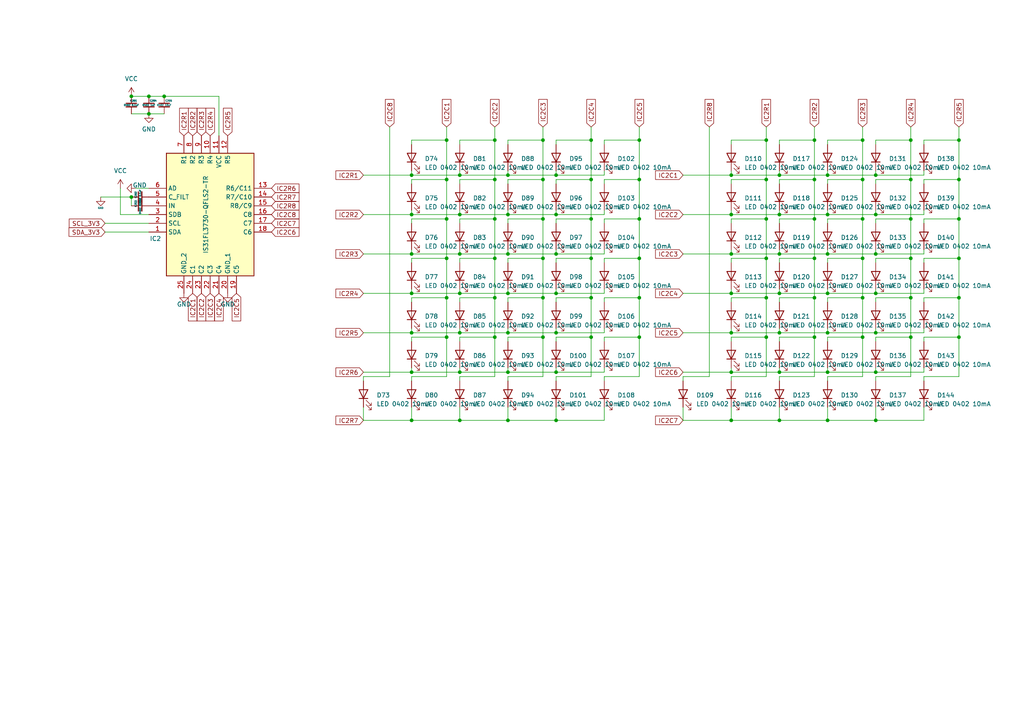
<source format=kicad_sch>
(kicad_sch (version 20231120) (generator "eeschema") (generator_version "8.0")
  (paper "A4")
  (junction (at 240.03 50.8))
  (junction (at 147.32 73.66))
  (junction (at 236.22 74.93))
  (junction (at 226.06 96.52))
  (junction (at 43.18 27.94))
  (junction (at 254 62.23))
  (junction (at 240.03 85.09))
  (junction (at 161.29 73.66))
  (junction (at 278.13 74.93))
  (junction (at 240.03 121.92))
  (junction (at 236.22 40.64))
  (junction (at 278.13 63.5))
  (junction (at 254 96.52))
  (junction (at 254 73.66))
  (junction (at 226.06 121.92))
  (junction (at 185.42 86.36))
  (junction (at 161.29 107.95))
  (junction (at 264.16 97.79))
  (junction (at 129.54 74.93))
  (junction (at 185.42 52.07))
  (junction (at 212.09 50.8))
  (junction (at 250.19 86.36))
  (junction (at 133.35 107.95))
  (junction (at 222.25 40.64))
  (junction (at 185.42 63.5))
  (junction (at 226.06 85.09))
  (junction (at 254 107.95))
  (junction (at 157.48 74.93))
  (junction (at 212.09 96.52))
  (junction (at 161.29 85.09))
  (junction (at 226.06 73.66))
  (junction (at 212.09 121.92))
  (junction (at 250.19 52.07))
  (junction (at 254 50.8))
  (junction (at 143.51 97.79))
  (junction (at 254 85.09))
  (junction (at 119.38 121.92))
  (junction (at 250.19 74.93))
  (junction (at 119.38 50.8))
  (junction (at 129.54 97.79))
  (junction (at 278.13 97.79))
  (junction (at 38.1 27.94))
  (junction (at 254 121.92))
  (junction (at 143.51 63.5))
  (junction (at 119.38 96.52))
  (junction (at 129.54 63.5))
  (junction (at 119.38 62.23))
  (junction (at 226.06 62.23))
  (junction (at 119.38 107.95))
  (junction (at 133.35 73.66))
  (junction (at 129.54 40.64))
  (junction (at 157.48 63.5))
  (junction (at 147.32 85.09))
  (junction (at 161.29 50.8))
  (junction (at 147.32 121.92))
  (junction (at 236.22 86.36))
  (junction (at 185.42 40.64))
  (junction (at 264.16 63.5))
  (junction (at 240.03 107.95))
  (junction (at 157.48 97.79))
  (junction (at 185.42 97.79))
  (junction (at 47.625 27.94))
  (junction (at 171.45 52.07))
  (junction (at 133.35 85.09))
  (junction (at 264.16 86.36))
  (junction (at 212.09 107.95))
  (junction (at 147.32 107.95))
  (junction (at 38.1 57.15))
  (junction (at 236.22 97.79))
  (junction (at 240.03 73.66))
  (junction (at 129.54 86.36))
  (junction (at 278.13 86.36))
  (junction (at 236.22 52.07))
  (junction (at 222.25 52.07))
  (junction (at 147.32 62.23))
  (junction (at 133.35 121.92))
  (junction (at 240.03 62.23))
  (junction (at 212.09 73.66))
  (junction (at 157.48 52.07))
  (junction (at 222.25 86.36))
  (junction (at 161.29 96.52))
  (junction (at 185.42 74.93))
  (junction (at 119.38 73.66))
  (junction (at 157.48 86.36))
  (junction (at 143.51 86.36))
  (junction (at 171.45 63.5))
  (junction (at 222.25 63.5))
  (junction (at 129.54 52.07))
  (junction (at 171.45 74.93))
  (junction (at 171.45 97.79))
  (junction (at 161.29 121.92))
  (junction (at 264.16 40.64))
  (junction (at 147.32 50.8))
  (junction (at 119.38 85.09))
  (junction (at 143.51 74.93))
  (junction (at 250.19 63.5))
  (junction (at 222.25 74.93))
  (junction (at 236.22 63.5))
  (junction (at 212.09 85.09))
  (junction (at 43.18 33.02))
  (junction (at 133.35 50.8))
  (junction (at 250.19 97.79))
  (junction (at 147.32 96.52))
  (junction (at 264.16 52.07))
  (junction (at 143.51 52.07))
  (junction (at 171.45 86.36))
  (junction (at 143.51 40.64))
  (junction (at 133.35 96.52))
  (junction (at 264.16 74.93))
  (junction (at 226.06 107.95))
  (junction (at 161.29 62.23))
  (junction (at 278.13 40.64))
  (junction (at 226.06 50.8))
  (junction (at 278.13 52.07))
  (junction (at 222.25 97.79))
  (junction (at 240.03 96.52))
  (junction (at 212.09 62.23))
  (junction (at 250.19 40.64))
  (junction (at 157.48 40.64))
  (junction (at 171.45 40.64))
  (junction (at 133.35 62.23))
  (wire (pts (xy 212.09 83.82) (xy 212.09 85.09)))
  (wire (pts (xy 226.06 86.36) (xy 236.22 86.36)))
  (wire (pts (xy 119.38 73.66) (xy 133.35 73.66)))
  (wire (pts (xy 133.35 85.09) (xy 147.32 85.09)))
  (wire (pts (xy 226.06 41.91) (xy 226.06 40.64)))
  (wire (pts (xy 161.29 107.95) (xy 175.26 107.95)))
  (wire (pts (xy 147.32 50.8) (xy 161.29 50.8)))
  (wire (pts (xy 147.32 96.52) (xy 161.29 96.52)))
  (wire (pts (xy 250.19 63.5) (xy 250.19 74.93)))
  (wire (pts (xy 133.35 53.34) (xy 133.35 52.07)))
  (wire (pts (xy 161.29 64.77) (xy 161.29 63.5)))
  (wire (pts (xy 157.48 63.5) (xy 157.48 74.93)))
  (wire (pts (xy 267.97 64.77) (xy 267.97 63.5)))
  (wire (pts (xy 34.925 54.61) (xy 34.925 62.23)))
  (wire (pts (xy 236.22 63.5) (xy 236.22 74.93)))
  (wire (pts (xy 171.45 97.79) (xy 171.45 109.22)))
  (wire (pts (xy 119.38 62.23) (xy 133.35 62.23)))
  (wire (pts (xy 119.38 86.36) (xy 129.54 86.36)))
  (wire (pts (xy 147.32 76.2) (xy 147.32 74.93)))
  (wire (pts (xy 119.38 121.92) (xy 133.35 121.92)))
  (wire (pts (xy 161.29 41.91) (xy 161.29 40.64)))
  (wire (pts (xy 147.32 73.66) (xy 161.29 73.66)))
  (wire (pts (xy 175.26 118.11) (xy 175.26 121.92)))
  (wire (pts (xy 133.35 97.79) (xy 143.51 97.79)))
  (wire (pts (xy 119.38 72.39) (xy 119.38 73.66)))
  (wire (pts (xy 222.25 97.79) (xy 222.25 109.22)))
  (wire (pts (xy 147.32 106.68) (xy 147.32 107.95)))
  (wire (pts (xy 143.51 97.79) (xy 143.51 109.22)))
  (wire (pts (xy 240.03 40.64) (xy 250.19 40.64)))
  (wire (pts (xy 185.42 52.07) (xy 185.42 40.64)))
  (wire (pts (xy 185.42 74.93) (xy 185.42 63.5)))
  (wire (pts (xy 254 60.96) (xy 254 62.23)))
  (wire (pts (xy 212.09 50.8) (xy 226.06 50.8)))
  (wire (pts (xy 250.19 40.64) (xy 250.19 52.07)))
  (wire (pts (xy 267.97 109.22) (xy 278.13 109.22)))
  (wire (pts (xy 212.09 62.23) (xy 226.06 62.23)))
  (wire (pts (xy 161.29 83.82) (xy 161.29 85.09)))
  (wire (pts (xy 212.09 63.5) (xy 222.25 63.5)))
  (wire (pts (xy 267.97 52.07) (xy 278.13 52.07)))
  (wire (pts (xy 185.42 40.64) (xy 185.42 36.83)))
  (wire (pts (xy 254 106.68) (xy 254 107.95)))
  (wire (pts (xy 175.26 41.91) (xy 175.26 40.64)))
  (wire (pts (xy 161.29 63.5) (xy 171.45 63.5)))
  (wire (pts (xy 63.5 39.37) (xy 63.5 27.94)))
  (wire (pts (xy 161.29 87.63) (xy 161.29 86.36)))
  (wire (pts (xy 133.35 73.66) (xy 147.32 73.66)))
  (wire (pts (xy 198.12 50.8) (xy 212.09 50.8)))
  (wire (pts (xy 226.06 106.68) (xy 226.06 107.95)))
  (wire (pts (xy 175.26 107.95) (xy 175.26 106.68)))
  (wire (pts (xy 30.48 64.77) (xy 43.18 64.77)))
  (wire (pts (xy 147.32 95.25) (xy 147.32 96.52)))
  (wire (pts (xy 236.22 40.64) (xy 236.22 52.07)))
  (wire (pts (xy 212.09 86.36) (xy 222.25 86.36)))
  (wire (pts (xy 254 107.95) (xy 267.97 107.95)))
  (wire (pts (xy 133.35 107.95) (xy 147.32 107.95)))
  (wire (pts (xy 212.09 97.79) (xy 222.25 97.79)))
  (wire (pts (xy 157.48 40.64) (xy 157.48 52.07)))
  (wire (pts (xy 226.06 83.82) (xy 226.06 85.09)))
  (wire (pts (xy 226.06 63.5) (xy 236.22 63.5)))
  (wire (pts (xy 205.74 36.83) (xy 205.74 109.22)))
  (wire (pts (xy 254 86.36) (xy 264.16 86.36)))
  (wire (pts (xy 129.54 109.22) (xy 119.38 109.22)))
  (wire (pts (xy 198.12 109.22) (xy 198.12 110.49)))
  (wire (pts (xy 240.03 86.36) (xy 250.19 86.36)))
  (wire (pts (xy 278.13 109.22) (xy 278.13 97.79)))
  (wire (pts (xy 47.625 27.94) (xy 63.5 27.94)))
  (wire (pts (xy 254 52.07) (xy 264.16 52.07)))
  (wire (pts (xy 161.29 72.39) (xy 161.29 73.66)))
  (wire (pts (xy 267.97 63.5) (xy 278.13 63.5)))
  (wire (pts (xy 212.09 76.2) (xy 212.09 74.93)))
  (wire (pts (xy 147.32 118.11) (xy 147.32 121.92)))
  (wire (pts (xy 133.35 95.25) (xy 133.35 96.52)))
  (wire (pts (xy 254 63.5) (xy 264.16 63.5)))
  (wire (pts (xy 264.16 63.5) (xy 264.16 74.93)))
  (wire (pts (xy 240.03 76.2) (xy 240.03 74.93)))
  (wire (pts (xy 175.26 52.07) (xy 185.42 52.07)))
  (wire (pts (xy 267.97 107.95) (xy 267.97 106.68)))
  (wire (pts (xy 212.09 121.92) (xy 226.06 121.92)))
  (wire (pts (xy 264.16 86.36) (xy 264.16 97.79)))
  (wire (pts (xy 198.12 62.23) (xy 212.09 62.23)))
  (wire (pts (xy 212.09 107.95) (xy 226.06 107.95)))
  (wire (pts (xy 254 64.77) (xy 254 63.5)))
  (wire (pts (xy 236.22 52.07) (xy 236.22 63.5)))
  (wire (pts (xy 240.03 99.06) (xy 240.03 97.79)))
  (wire (pts (xy 212.09 87.63) (xy 212.09 86.36)))
  (wire (pts (xy 240.03 85.09) (xy 254 85.09)))
  (wire (pts (xy 147.32 83.82) (xy 147.32 85.09)))
  (wire (pts (xy 240.03 52.07) (xy 250.19 52.07)))
  (wire (pts (xy 198.12 96.52) (xy 212.09 96.52)))
  (wire (pts (xy 267.97 97.79) (xy 278.13 97.79)))
  (wire (pts (xy 143.51 36.83) (xy 143.51 40.64)))
  (wire (pts (xy 119.38 95.25) (xy 119.38 96.52)))
  (wire (pts (xy 119.38 96.52) (xy 133.35 96.52)))
  (wire (pts (xy 119.38 99.06) (xy 119.38 97.79)))
  (wire (pts (xy 226.06 107.95) (xy 240.03 107.95)))
  (wire (pts (xy 133.35 60.96) (xy 133.35 62.23)))
  (wire (pts (xy 147.32 85.09) (xy 161.29 85.09)))
  (wire (pts (xy 264.16 109.22) (xy 254 109.22)))
  (wire (pts (xy 147.32 86.36) (xy 157.48 86.36)))
  (wire (pts (xy 157.48 74.93) (xy 157.48 86.36)))
  (wire (pts (xy 143.51 86.36) (xy 143.51 97.79)))
  (wire (pts (xy 171.45 52.07) (xy 171.45 63.5)))
  (wire (pts (xy 105.41 85.09) (xy 119.38 85.09)))
  (wire (pts (xy 226.06 73.66) (xy 240.03 73.66)))
  (wire (pts (xy 278.13 97.79) (xy 278.13 86.36)))
  (wire (pts (xy 161.29 60.96) (xy 161.29 62.23)))
  (wire (pts (xy 267.97 99.06) (xy 267.97 97.79)))
  (wire (pts (xy 254 40.64) (xy 264.16 40.64)))
  (wire (pts (xy 226.06 40.64) (xy 236.22 40.64)))
  (wire (pts (xy 171.45 109.22) (xy 161.29 109.22)))
  (wire (pts (xy 198.12 73.66) (xy 212.09 73.66)))
  (wire (pts (xy 222.25 109.22) (xy 212.09 109.22)))
  (wire (pts (xy 30.48 67.31) (xy 43.18 67.31)))
  (wire (pts (xy 133.35 106.68) (xy 133.35 107.95)))
  (wire (pts (xy 212.09 96.52) (xy 226.06 96.52)))
  (wire (pts (xy 212.09 53.34) (xy 212.09 52.07)))
  (wire (pts (xy 175.26 63.5) (xy 185.42 63.5)))
  (wire (pts (xy 267.97 74.93) (xy 278.13 74.93)))
  (wire (pts (xy 212.09 106.68) (xy 212.09 107.95)))
  (wire (pts (xy 147.32 60.96) (xy 147.32 62.23)))
  (wire (pts (xy 240.03 53.34) (xy 240.03 52.07)))
  (wire (pts (xy 264.16 40.64) (xy 264.16 52.07)))
  (wire (pts (xy 147.32 63.5) (xy 157.48 63.5)))
  (wire (pts (xy 212.09 74.93) (xy 222.25 74.93)))
  (wire (pts (xy 38.1 27.94) (xy 43.18 27.94)))
  (wire (pts (xy 147.32 87.63) (xy 147.32 86.36)))
  (wire (pts (xy 267.97 118.11) (xy 267.97 121.92)))
  (wire (pts (xy 105.41 109.22) (xy 105.41 110.49)))
  (wire (pts (xy 161.29 96.52) (xy 175.26 96.52)))
  (wire (pts (xy 175.26 86.36) (xy 185.42 86.36)))
  (wire (pts (xy 43.18 33.02) (xy 38.1 33.02)))
  (wire (pts (xy 267.97 96.52) (xy 267.97 95.25)))
  (wire (pts (xy 147.32 40.64) (xy 157.48 40.64)))
  (wire (pts (xy 133.35 118.11) (xy 133.35 121.92)))
  (wire (pts (xy 240.03 97.79) (xy 250.19 97.79)))
  (wire (pts (xy 133.35 64.77) (xy 133.35 63.5)))
  (wire (pts (xy 226.06 64.77) (xy 226.06 63.5)))
  (wire (pts (xy 161.29 95.25) (xy 161.29 96.52)))
  (wire (pts (xy 250.19 74.93) (xy 250.19 86.36)))
  (wire (pts (xy 133.35 62.23) (xy 147.32 62.23)))
  (wire (pts (xy 175.26 62.23) (xy 175.26 60.96)))
  (wire (pts (xy 254 109.22) (xy 254 110.49)))
  (wire (pts (xy 133.35 83.82) (xy 133.35 85.09)))
  (wire (pts (xy 157.48 52.07) (xy 157.48 63.5)))
  (wire (pts (xy 147.32 64.77) (xy 147.32 63.5)))
  (wire (pts (xy 240.03 83.82) (xy 240.03 85.09)))
  (wire (pts (xy 161.29 76.2) (xy 161.29 74.93)))
  (wire (pts (xy 157.48 86.36) (xy 157.48 97.79)))
  (wire (pts (xy 171.45 74.93) (xy 171.45 86.36)))
  (wire (pts (xy 236.22 97.79) (xy 236.22 109.22)))
  (wire (pts (xy 240.03 73.66) (xy 254 73.66)))
  (wire (pts (xy 240.03 106.68) (xy 240.03 107.95)))
  (wire (pts (xy 240.03 60.96) (xy 240.03 62.23)))
  (wire (pts (xy 129.54 36.83) (xy 129.54 40.64)))
  (wire (pts (xy 226.06 62.23) (xy 240.03 62.23)))
  (wire (pts (xy 185.42 86.36) (xy 185.42 74.93)))
  (wire (pts (xy 240.03 62.23) (xy 254 62.23)))
  (wire (pts (xy 129.54 63.5) (xy 129.54 74.93)))
  (wire (pts (xy 236.22 74.93) (xy 236.22 86.36)))
  (wire (pts (xy 198.12 85.09) (xy 212.09 85.09)))
  (wire (pts (xy 161.29 85.09) (xy 175.26 85.09)))
  (wire (pts (xy 161.29 53.34) (xy 161.29 52.07)))
  (wire (pts (xy 250.19 52.07) (xy 250.19 63.5)))
  (wire (pts (xy 119.38 60.96) (xy 119.38 62.23)))
  (wire (pts (xy 147.32 121.92) (xy 161.29 121.92)))
  (wire (pts (xy 240.03 72.39) (xy 240.03 73.66)))
  (wire (pts (xy 143.51 74.93) (xy 143.51 86.36)))
  (wire (pts (xy 161.29 49.53) (xy 161.29 50.8)))
  (wire (pts (xy 119.38 76.2) (xy 119.38 74.93)))
  (wire (pts (xy 226.06 87.63) (xy 226.06 86.36)))
  (wire (pts (xy 105.41 121.92) (xy 105.41 118.11)))
  (wire (pts (xy 240.03 63.5) (xy 250.19 63.5)))
  (wire (pts (xy 236.22 86.36) (xy 236.22 97.79)))
  (wire (pts (xy 161.29 106.68) (xy 161.29 107.95)))
  (wire (pts (xy 226.06 97.79) (xy 236.22 97.79)))
  (wire (pts (xy 133.35 96.52) (xy 147.32 96.52)))
  (wire (pts (xy 143.51 40.64) (xy 143.51 52.07)))
  (wire (pts (xy 119.38 63.5) (xy 129.54 63.5)))
  (wire (pts (xy 38.1 57.15) (xy 29.21 57.15)))
  (wire (pts (xy 119.38 40.64) (xy 129.54 40.64)))
  (wire (pts (xy 133.35 41.91) (xy 133.35 40.64)))
  (wire (pts (xy 113.03 109.22) (xy 105.41 109.22)))
  (wire (pts (xy 105.41 73.66) (xy 119.38 73.66)))
  (wire (pts (xy 226.06 49.53) (xy 226.06 50.8)))
  (wire (pts (xy 147.32 99.06) (xy 147.32 97.79)))
  (wire (pts (xy 147.32 49.53) (xy 147.32 50.8)))
  (wire (pts (xy 264.16 36.83) (xy 264.16 40.64)))
  (wire (pts (xy 250.19 86.36) (xy 250.19 97.79)))
  (wire (pts (xy 161.29 52.07) (xy 171.45 52.07)))
  (wire (pts (xy 240.03 109.22) (xy 240.03 110.49)))
  (wire (pts (xy 226.06 109.22) (xy 226.06 110.49)))
  (wire (pts (xy 105.41 96.52) (xy 119.38 96.52)))
  (wire (pts (xy 254 87.63) (xy 254 86.36)))
  (wire (pts (xy 119.38 41.91) (xy 119.38 40.64)))
  (wire (pts (xy 185.42 63.5) (xy 185.42 52.07)))
  (wire (pts (xy 161.29 121.92) (xy 175.26 121.92)))
  (wire (pts (xy 226.06 96.52) (xy 240.03 96.52)))
  (wire (pts (xy 226.06 76.2) (xy 226.06 74.93)))
  (wire (pts (xy 119.38 83.82) (xy 119.38 85.09)))
  (wire (pts (xy 133.35 52.07) (xy 143.51 52.07)))
  (wire (pts (xy 133.35 109.22) (xy 133.35 110.49)))
  (wire (pts (xy 161.29 86.36) (xy 171.45 86.36)))
  (wire (pts (xy 133.35 63.5) (xy 143.51 63.5)))
  (wire (pts (xy 175.26 85.09) (xy 175.26 83.82)))
  (wire (pts (xy 267.97 86.36) (xy 278.13 86.36)))
  (wire (pts (xy 39.37 54.61) (xy 43.18 54.61)))
  (wire (pts (xy 226.06 52.07) (xy 236.22 52.07)))
  (wire (pts (xy 175.26 109.22) (xy 185.42 109.22)))
  (wire (pts (xy 212.09 85.09) (xy 226.06 85.09)))
  (wire (pts (xy 254 53.34) (xy 254 52.07)))
  (wire (pts (xy 226.06 99.06) (xy 226.06 97.79)))
  (wire (pts (xy 143.51 109.22) (xy 133.35 109.22)))
  (wire (pts (xy 212.09 41.91) (xy 212.09 40.64)))
  (wire (pts (xy 267.97 73.66) (xy 267.97 72.39)))
  (wire (pts (xy 267.97 87.63) (xy 267.97 86.36)))
  (wire (pts (xy 254 50.8) (xy 267.97 50.8)))
  (wire (pts (xy 267.97 53.34) (xy 267.97 52.07)))
  (wire (pts (xy 161.29 50.8) (xy 175.26 50.8)))
  (wire (pts (xy 175.26 97.79) (xy 185.42 97.79)))
  (wire (pts (xy 171.45 86.36) (xy 171.45 97.79)))
  (wire (pts (xy 175.26 50.8) (xy 175.26 49.53)))
  (wire (pts (xy 133.35 121.92) (xy 147.32 121.92)))
  (wire (pts (xy 226.06 74.93) (xy 236.22 74.93)))
  (wire (pts (xy 119.38 50.8) (xy 133.35 50.8)))
  (wire (pts (xy 222.25 40.64) (xy 222.25 52.07)))
  (wire (pts (xy 119.38 64.77) (xy 119.38 63.5)))
  (wire (pts (xy 278.13 52.07) (xy 278.13 40.64)))
  (wire (pts (xy 119.38 107.95) (xy 133.35 107.95)))
  (wire (pts (xy 240.03 121.92) (xy 254 121.92)))
  (wire (pts (xy 212.09 95.25) (xy 212.09 96.52)))
  (wire (pts (xy 175.26 73.66) (xy 175.26 72.39)))
  (wire (pts (xy 161.29 97.79) (xy 171.45 97.79)))
  (wire (pts (xy 119.38 109.22) (xy 119.38 110.49)))
  (wire (pts (xy 147.32 107.95) (xy 161.29 107.95)))
  (wire (pts (xy 278.13 40.64) (xy 278.13 36.83)))
  (wire (pts (xy 267.97 85.09) (xy 267.97 83.82)))
  (wire (pts (xy 226.06 53.34) (xy 226.06 52.07)))
  (wire (pts (xy 157.48 109.22) (xy 147.32 109.22)))
  (wire (pts (xy 212.09 73.66) (xy 226.06 73.66)))
  (wire (pts (xy 254 83.82) (xy 254 85.09)))
  (wire (pts (xy 147.32 74.93) (xy 157.48 74.93)))
  (wire (pts (xy 119.38 106.68) (xy 119.38 107.95)))
  (wire (pts (xy 278.13 63.5) (xy 278.13 52.07)))
  (wire (pts (xy 147.32 53.34) (xy 147.32 52.07)))
  (wire (pts (xy 119.38 87.63) (xy 119.38 86.36)))
  (wire (pts (xy 254 99.06) (xy 254 97.79)))
  (wire (pts (xy 254 85.09) (xy 267.97 85.09)))
  (wire (pts (xy 212.09 49.53) (xy 212.09 50.8)))
  (wire (pts (xy 236.22 36.83) (xy 236.22 40.64)))
  (wire (pts (xy 254 96.52) (xy 267.97 96.52)))
  (wire (pts (xy 143.51 63.5) (xy 143.51 74.93)))
  (wire (pts (xy 171.45 36.83) (xy 171.45 40.64)))
  (wire (pts (xy 254 121.92) (xy 267.97 121.92)))
  (wire (pts (xy 175.26 76.2) (xy 175.26 74.93)))
  (wire (pts (xy 105.41 62.23) (xy 119.38 62.23)))
  (wire (pts (xy 264.16 52.07) (xy 264.16 63.5)))
  (wire (pts (xy 147.32 97.79) (xy 157.48 97.79)))
  (wire (pts (xy 278.13 86.36) (xy 278.13 74.93)))
  (wire (pts (xy 47.625 33.02) (xy 43.18 33.02)))
  (wire (pts (xy 161.29 99.06) (xy 161.29 97.79)))
  (wire (pts (xy 226.06 50.8) (xy 240.03 50.8)))
  (wire (pts (xy 147.32 72.39) (xy 147.32 73.66)))
  (wire (pts (xy 175.26 40.64) (xy 185.42 40.64)))
  (wire (pts (xy 171.45 63.5) (xy 171.45 74.93)))
  (wire (pts (xy 240.03 74.93) (xy 250.19 74.93)))
  (wire (pts (xy 226.06 72.39) (xy 226.06 73.66)))
  (wire (pts (xy 254 74.93) (xy 264.16 74.93)))
  (wire (pts (xy 264.16 74.93) (xy 264.16 86.36)))
  (wire (pts (xy 212.09 40.64) (xy 222.25 40.64)))
  (wire (pts (xy 198.12 107.95) (xy 212.09 107.95)))
  (wire (pts (xy 129.54 52.07) (xy 129.54 63.5)))
  (wire (pts (xy 133.35 40.64) (xy 143.51 40.64)))
  (wire (pts (xy 157.48 36.83) (xy 157.48 40.64)))
  (wire (pts (xy 267.97 62.23) (xy 267.97 60.96)))
  (wire (pts (xy 175.26 96.52) (xy 175.26 95.25)))
  (wire (pts (xy 185.42 109.22) (xy 185.42 97.79)))
  (wire (pts (xy 240.03 95.25) (xy 240.03 96.52)))
  (wire (pts (xy 133.35 76.2) (xy 133.35 74.93)))
  (wire (pts (xy 38.1 57.15) (xy 38.1 59.69)))
  (wire (pts (xy 47.625 27.94) (xy 43.18 27.94)))
  (wire (pts (xy 119.38 85.09) (xy 133.35 85.09)))
  (wire (pts (xy 267.97 50.8) (xy 267.97 49.53)))
  (wire (pts (xy 119.38 49.53) (xy 119.38 50.8)))
  (wire (pts (xy 222.25 52.07) (xy 222.25 63.5)))
  (wire (pts (xy 226.06 121.92) (xy 240.03 121.92)))
  (wire (pts (xy 240.03 118.11) (xy 240.03 121.92)))
  (wire (pts (xy 222.25 63.5) (xy 222.25 74.93)))
  (wire (pts (xy 254 41.91) (xy 254 40.64)))
  (wire (pts (xy 157.48 97.79) (xy 157.48 109.22)))
  (wire (pts (xy 254 62.23) (xy 267.97 62.23)))
  (wire (pts (xy 205.74 109.22) (xy 198.12 109.22)))
  (wire (pts (xy 264.16 97.79) (xy 264.16 109.22)))
  (wire (pts (xy 161.29 109.22) (xy 161.29 110.49)))
  (wire (pts (xy 129.54 86.36) (xy 129.54 97.79)))
  (wire (pts (xy 240.03 50.8) (xy 254 50.8)))
  (wire (pts (xy 133.35 49.53) (xy 133.35 50.8)))
  (wire (pts (xy 222.25 74.93) (xy 222.25 86.36)))
  (wire (pts (xy 267.97 41.91) (xy 267.97 40.64)))
  (wire (pts (xy 175.26 53.34) (xy 175.26 52.07)))
  (wire (pts (xy 267.97 76.2) (xy 267.97 74.93)))
  (wire (pts (xy 143.51 52.07) (xy 143.51 63.5)))
  (wire (pts (xy 254 95.25) (xy 254 96.52)))
  (wire (pts (xy 226.06 118.11) (xy 226.06 121.92)))
  (wire (pts (xy 147.32 52.07) (xy 157.48 52.07)))
  (wire (pts (xy 250.19 97.79) (xy 250.19 109.22)))
  (wire (pts (xy 119.38 97.79) (xy 129.54 97.79)))
  (wire (pts (xy 254 73.66) (xy 267.97 73.66)))
  (wire (pts (xy 119.38 74.93) (xy 129.54 74.93)))
  (wire (pts (xy 119.38 118.11) (xy 119.38 121.92)))
  (wire (pts (xy 212.09 109.22) (xy 212.09 110.49)))
  (wire (pts (xy 198.12 121.92) (xy 212.09 121.92)))
  (wire (pts (xy 222.25 86.36) (xy 222.25 97.79)))
  (wire (pts (xy 278.13 74.93) (xy 278.13 63.5)))
  (wire (pts (xy 129.54 74.93) (xy 129.54 86.36)))
  (wire (pts (xy 129.54 97.79) (xy 129.54 109.22)))
  (wire (pts (xy 240.03 64.77) (xy 240.03 63.5)))
  (wire (pts (xy 185.42 97.79) (xy 185.42 86.36)))
  (wire (pts (xy 129.54 40.64) (xy 129.54 52.07)))
  (wire (pts (xy 161.29 74.93) (xy 171.45 74.93)))
  (wire (pts (xy 212.09 72.39) (xy 212.09 73.66)))
  (wire (pts (xy 105.41 107.95) (xy 119.38 107.95)))
  (wire (pts (xy 133.35 72.39) (xy 133.35 73.66)))
  (wire (pts (xy 236.22 109.22) (xy 226.06 109.22)))
  (wire (pts (xy 147.32 62.23) (xy 161.29 62.23)))
  (wire (pts (xy 105.41 121.92) (xy 119.38 121.92)))
  (wire (pts (xy 119.38 53.34) (xy 119.38 52.07)))
  (wire (pts (xy 147.32 41.91) (xy 147.32 40.64)))
  (wire (pts (xy 267.97 40.64) (xy 278.13 40.64)))
  (wire (pts (xy 240.03 49.53) (xy 240.03 50.8)))
  (wire (pts (xy 254 97.79) (xy 264.16 97.79)))
  (wire (pts (xy 175.26 87.63) (xy 175.26 86.36)))
  (wire (pts (xy 212.09 60.96) (xy 212.09 62.23)))
  (wire (pts (xy 226.06 85.09) (xy 240.03 85.09)))
  (wire (pts (xy 147.32 109.22) (xy 147.32 110.49)))
  (wire (pts (xy 240.03 87.63) (xy 240.03 86.36)))
  (wire (pts (xy 254 72.39) (xy 254 73.66)))
  (wire (pts (xy 254 76.2) (xy 254 74.93)))
  (wire (pts (xy 161.29 40.64) (xy 171.45 40.64)))
  (wire (pts (xy 161.29 73.66) (xy 175.26 73.66)))
  (wire (pts (xy 212.09 118.11) (xy 212.09 121.92)))
  (wire (pts (xy 212.09 52.07) (xy 222.25 52.07)))
  (wire (pts (xy 240.03 96.52) (xy 254 96.52)))
  (wire (pts (xy 198.12 121.92) (xy 198.12 118.11)))
  (wire (pts (xy 171.45 40.64) (xy 171.45 52.07)))
  (wire (pts (xy 34.925 62.23) (xy 43.18 62.23)))
  (wire (pts (xy 161.29 118.11) (xy 161.29 121.92)))
  (wire (pts (xy 175.26 109.22) (xy 175.26 110.49)))
  (wire (pts (xy 240.03 41.91) (xy 240.03 40.64)))
  (wire (pts (xy 212.09 99.06) (xy 212.09 97.79)))
  (wire (pts (xy 250.19 36.83) (xy 250.19 40.64)))
  (wire (pts (xy 212.09 64.77) (xy 212.09 63.5)))
  (wire (pts (xy 133.35 50.8) (xy 147.32 50.8)))
  (wire (pts (xy 119.38 52.07) (xy 129.54 52.07)))
  (wire (pts (xy 250.19 109.22) (xy 240.03 109.22)))
  (wire (pts (xy 254 118.11) (xy 254 121.92)))
  (wire (pts (xy 175.26 64.77) (xy 175.26 63.5)))
  (wire (pts (xy 105.41 50.8) (xy 119.38 50.8)))
  (wire (pts (xy 161.29 62.23) (xy 175.26 62.23)))
  (wire (pts (xy 133.35 87.63) (xy 133.35 86.36)))
  (wire (pts (xy 133.35 74.93) (xy 143.51 74.93)))
  (wire (pts (xy 254 49.53) (xy 254 50.8)))
  (wire (pts (xy 267.97 109.22) (xy 267.97 110.49)))
  (wire (pts (xy 226.06 95.25) (xy 226.06 96.52)))
  (wire (pts (xy 113.03 36.83) (xy 113.03 109.22)))
  (wire (pts (xy 240.03 107.95) (xy 254 107.95)))
  (wire (pts (xy 222.25 36.83) (xy 222.25 40.64)))
  (wire (pts (xy 133.35 99.06) (xy 133.35 97.79)))
  (wire (pts (xy 175.26 99.06) (xy 175.26 97.79)))
  (wire (pts (xy 133.35 86.36) (xy 143.51 86.36)))
  (wire (pts (xy 226.06 60.96) (xy 226.06 62.23)))
  (wire (pts (xy 175.26 74.93) (xy 185.42 74.93)))
  (global_label "IC2R4" (shape input) (at 105.41 85.09 180) (property "Intersheetrefs" "${INTERSHEET_REFS}" (effects (hide yes))))
  (global_label "IC2R3" (shape input) (at 58.42 39.37 90) (property "Intersheetrefs" "${INTERSHEET_REFS}" (effects (hide yes))))
  (global_label "IC2R4" (shape input) (at 60.96 39.37 90) (property "Intersheetrefs" "${INTERSHEET_REFS}" (effects (hide yes))))
  (global_label "IC2R2" (shape input) (at 105.41 62.23 180) (property "Intersheetrefs" "${INTERSHEET_REFS}" (effects (hide yes))))
  (global_label "SCL_3V3" (shape input) (at 30.48 64.77 180) (property "Intersheetrefs" "${INTERSHEET_REFS}" (effects (hide yes))))
  (global_label "IC2R5" (shape input) (at 66.04 39.37 90) (property "Intersheetrefs" "${INTERSHEET_REFS}" (effects (hide yes))))
  (global_label "IC2C4" (shape input) (at 63.5 85.09 270) (property "Intersheetrefs" "${INTERSHEET_REFS}" (effects (hide yes))))
  (global_label "IC2C7" (shape input) (at 198.12 121.92 180) (property "Intersheetrefs" "${INTERSHEET_REFS}" (effects (hide yes))))
  (global_label "IC2R7" (shape input) (at 78.74 57.15 0) (property "Intersheetrefs" "${INTERSHEET_REFS}" (effects (hide yes))))
  (global_label "IC2C3" (shape input) (at 198.12 73.66 180) (property "Intersheetrefs" "${INTERSHEET_REFS}" (effects (hide yes))))
  (global_label "IC2R6" (shape input) (at 78.74 54.61 0) (property "Intersheetrefs" "${INTERSHEET_REFS}" (effects (hide yes))))
  (global_label "IC2C6" (shape input) (at 78.74 67.31 0) (property "Intersheetrefs" "${INTERSHEET_REFS}" (effects (hide yes))))
  (global_label "IC2C3" (shape input) (at 60.96 85.09 270) (property "Intersheetrefs" "${INTERSHEET_REFS}" (effects (hide yes))))
  (global_label "IC2C2" (shape input) (at 58.42 85.09 270) (property "Intersheetrefs" "${INTERSHEET_REFS}" (effects (hide yes))))
  (global_label "IC2R8" (shape input) (at 205.74 36.83 90) (property "Intersheetrefs" "${INTERSHEET_REFS}" (effects (hide yes))))
  (global_label "IC2C8" (shape input) (at 113.03 36.83 90) (property "Intersheetrefs" "${INTERSHEET_REFS}" (effects (hide yes))))
  (global_label "IC2C3" (shape input) (at 157.48 36.83 90) (property "Intersheetrefs" "${INTERSHEET_REFS}" (effects (hide yes))))
  (global_label "IC2C2" (shape input) (at 143.51 36.83 90) (property "Intersheetrefs" "${INTERSHEET_REFS}" (effects (hide yes))))
  (global_label "IC2C2" (shape input) (at 198.12 62.23 180) (property "Intersheetrefs" "${INTERSHEET_REFS}" (effects (hide yes))))
  (global_label "IC2C5" (shape input) (at 68.58 85.09 270) (property "Intersheetrefs" "${INTERSHEET_REFS}" (effects (hide yes))))
  (global_label "IC2R5" (shape input) (at 278.13 36.83 90) (property "Intersheetrefs" "${INTERSHEET_REFS}" (effects (hide yes))))
  (global_label "IC2C5" (shape input) (at 198.12 96.52 180) (property "Intersheetrefs" "${INTERSHEET_REFS}" (effects (hide yes))))
  (global_label "IC2R4" (shape input) (at 264.16 36.83 90) (property "Intersheetrefs" "${INTERSHEET_REFS}" (effects (hide yes))))
  (global_label "IC2C4" (shape input) (at 198.12 85.09 180) (property "Intersheetrefs" "${INTERSHEET_REFS}" (effects (hide yes))))
  (global_label "IC2C8" (shape input) (at 78.74 62.23 0) (property "Intersheetrefs" "${INTERSHEET_REFS}" (effects (hide yes))))
  (global_label "IC2C1" (shape input) (at 55.88 85.09 270) (property "Intersheetrefs" "${INTERSHEET_REFS}" (effects (hide yes))))
  (global_label "IC2R1" (shape input) (at 222.25 36.83 90) (property "Intersheetrefs" "${INTERSHEET_REFS}" (effects (hide yes))))
  (global_label "IC2C1" (shape input) (at 129.54 36.83 90) (property "Intersheetrefs" "${INTERSHEET_REFS}" (effects (hide yes))))
  (global_label "IC2C1" (shape input) (at 198.12 50.8 180) (property "Intersheetrefs" "${INTERSHEET_REFS}" (effects (hide yes))))
  (global_label "IC2R8" (shape input) (at 78.74 59.69 0) (property "Intersheetrefs" "${INTERSHEET_REFS}" (effects (hide yes))))
  (global_label "IC2C4" (shape input) (at 171.45 36.83 90) (property "Intersheetrefs" "${INTERSHEET_REFS}" (effects (hide yes))))
  (global_label "IC2R6" (shape input) (at 105.41 107.95 180) (property "Intersheetrefs" "${INTERSHEET_REFS}" (effects (hide yes))))
  (global_label "IC2R2" (shape input) (at 236.22 36.83 90) (property "Intersheetrefs" "${INTERSHEET_REFS}" (effects (hide yes))))
  (global_label "SDA_3V3" (shape input) (at 30.48 67.31 180) (property "Intersheetrefs" "${INTERSHEET_REFS}" (effects (hide yes))))
  (global_label "IC2R3" (shape input) (at 250.19 36.83 90) (property "Intersheetrefs" "${INTERSHEET_REFS}" (effects (hide yes))))
  (global_label "IC2R5" (shape input) (at 105.41 96.52 180) (property "Intersheetrefs" "${INTERSHEET_REFS}" (effects (hide yes))))
  (global_label "IC2C5" (shape input) (at 185.42 36.83 90) (property "Intersheetrefs" "${INTERSHEET_REFS}" (effects (hide yes))))
  (global_label "IC2R2" (shape input) (at 55.88 39.37 90) (property "Intersheetrefs" "${INTERSHEET_REFS}" (effects (hide yes))))
  (global_label "IC2R3" (shape input) (at 105.41 73.66 180) (property "Intersheetrefs" "${INTERSHEET_REFS}" (effects (hide yes))))
  (global_label "IC2C7" (shape input) (at 78.74 64.77 0) (property "Intersheetrefs" "${INTERSHEET_REFS}" (effects (hide yes))))
  (global_label "IC2R7" (shape input) (at 105.41 121.92 180) (property "Intersheetrefs" "${INTERSHEET_REFS}" (effects (hide yes))))
  (global_label "IC2R1" (shape input) (at 105.41 50.8 180) (property "Intersheetrefs" "${INTERSHEET_REFS}" (effects (hide yes))))
  (global_label "IC2C6" (shape input) (at 198.12 107.95 180) (property "Intersheetrefs" "${INTERSHEET_REFS}" (effects (hide yes))))
  (global_label "IC2R1" (shape input) (at 53.34 39.37 90) (property "Intersheetrefs" "${INTERSHEET_REFS}" (effects (hide yes))))
  (symbol (lib_id "power:GND") (at 66.04 85.09 0) (mirror y) (unit 1)
    (property "Reference" "#PWR016" (effects (hide yes)))
    (property "Value" "GND" (at 66.04 88.265 0))
  )
  (symbol (lib_id "Device:LED") (at 161.29 102.87 90) (unit 1)
    (property "Reference" "D100" (at 165.1 103.1875 90) (effects (justify right)))
    (property "Value" "LED 0402 10mA" (at 165.1 105.7275 90) (effects (justify right)))
    (property "Footprint" "LED_SMD:LED_0402_1005Metric" (effects (hide yes)))
  )
  (symbol (lib_id "Device:LED") (at 133.35 114.3 90) (unit 1)
    (property "Reference" "D87" (at 137.16 114.6175 90) (effects (justify right)))
    (property "Value" "LED 0402 10mA" (at 137.16 117.1575 90) (effects (justify right)))
    (property "Footprint" "LED_SMD:LED_0402_1005Metric" (effects (hide yes)))
  )
  (symbol (lib_id "Device:LED") (at 147.32 102.87 90) (unit 1)
    (property "Reference" "D93" (at 151.13 103.1875 90) (effects (justify right)))
    (property "Value" "LED 0402 10mA" (at 151.13 105.7275 90) (effects (justify right)))
    (property "Footprint" "LED_SMD:LED_0402_1005Metric" (effects (hide yes)))
  )
  (symbol (lib_id "Device:LED") (at 226.06 57.15 90) (unit 1)
    (property "Reference" "D118" (at 229.87 57.4675 90) (effects (justify right)))
    (property "Value" "LED 0402 10mA" (at 229.87 60.0075 90) (effects (justify right)))
    (property "Footprint" "LED_SMD:LED_0402_1005Metric" (effects (hide yes)))
  )
  (symbol (lib_id "Device:LED") (at 198.12 114.3 90) (unit 1)
    (property "Reference" "D109" (at 201.93 114.6175 90) (effects (justify right)))
    (property "Value" "LED 0402 10mA" (at 201.93 117.1575 90) (effects (justify right)))
    (property "Footprint" "LED_SMD:LED_0402_1005Metric" (effects (hide yes)))
  )
  (symbol (lib_id "Device:LED") (at 212.09 68.58 90) (unit 1)
    (property "Reference" "D112" (at 215.9 68.8975 90) (effects (justify right)))
    (property "Value" "LED 0402 10mA" (at 215.9 71.4375 90) (effects (justify right)))
    (property "Footprint" "LED_SMD:LED_0402_1005Metric" (effects (hide yes)))
  )
  (symbol (lib_id "Device:LED") (at 175.26 114.3 90) (unit 1)
    (property "Reference" "D108" (at 179.07 114.6175 90) (effects (justify right)))
    (property "Value" "LED 0402 10mA" (at 179.07 117.1575 90) (effects (justify right)))
    (property "Footprint" "LED_SMD:LED_0402_1005Metric" (effects (hide yes)))
  )
  (symbol (lib_id "Device:LED") (at 240.03 80.01 90) (unit 1)
    (property "Reference" "D127" (at 243.84 80.3275 90) (effects (justify right)))
    (property "Value" "LED 0402 10mA" (at 243.84 82.8675 90) (effects (justify right)))
    (property "Footprint" "LED_SMD:LED_0402_1005Metric" (effects (hide yes)))
  )
  (symbol (lib_id "Device:LED") (at 119.38 114.3 90) (unit 1)
    (property "Reference" "D80" (at 123.19 114.6175 90) (effects (justify right)))
    (property "Value" "LED 0402 10mA" (at 123.19 117.1575 90) (effects (justify right)))
    (property "Footprint" "LED_SMD:LED_0402_1005Metric" (effects (hide yes)))
  )
  (symbol (lib_id "Device:LED") (at 175.26 68.58 90) (unit 1)
    (property "Reference" "D104" (at 179.07 68.8975 90) (effects (justify right)))
    (property "Value" "LED 0402 10mA" (at 179.07 71.4375 90) (effects (justify right)))
    (property "Footprint" "LED_SMD:LED_0402_1005Metric" (effects (hide yes)))
  )
  (symbol (lib_id "Device:LED") (at 133.35 80.01 90) (unit 1)
    (property "Reference" "D84" (at 137.16 80.3275 90) (effects (justify right)))
    (property "Value" "LED 0402 10mA" (at 137.16 82.8675 90) (effects (justify right)))
    (property "Footprint" "LED_SMD:LED_0402_1005Metric" (effects (hide yes)))
  )
  (symbol (lib_id "Device:LED") (at 212.09 91.44 90) (unit 1)
    (property "Reference" "D114" (at 215.9 91.7575 90) (effects (justify right)))
    (property "Value" "LED 0402 10mA" (at 215.9 94.2975 90) (effects (justify right)))
    (property "Footprint" "LED_SMD:LED_0402_1005Metric" (effects (hide yes)))
  )
  (symbol (lib_id "Device:LED") (at 240.03 91.44 90) (unit 1)
    (property "Reference" "D128" (at 243.84 91.7575 90) (effects (justify right)))
    (property "Value" "LED 0402 10mA" (at 243.84 94.2975 90) (effects (justify right)))
    (property "Footprint" "LED_SMD:LED_0402_1005Metric" (effects (hide yes)))
  )
  (symbol (lib_id "power:GND") (at 39.37 54.61 270) (unit 1)
    (property "Reference" "#PWR013" (effects (hide yes)))
    (property "Value" "GND" (at 38.481 53.721 90) (effects (justify left)))
  )
  (symbol (lib_id "Device:LED") (at 226.06 91.44 90) (unit 1)
    (property "Reference" "D121" (at 229.87 91.7575 90) (effects (justify right)))
    (property "Value" "LED 0402 10mA" (at 229.87 94.2975 90) (effects (justify right)))
    (property "Footprint" "LED_SMD:LED_0402_1005Metric" (effects (hide yes)))
  )
  (symbol (lib_id "Device:C_Small") (at 47.625 30.48 0) (unit 1)
    (property "Reference" "C205" (at 48.895 29.21 0) (effects (font (size 0.5 0.5))))
    (property "Value" "0402 10uF" (at 47.625 30.48 0) (effects (font (size 0.5 0.5))))
    (property "Footprint" "Capacitor_SMD:C_0402_1005Metric" (effects (hide yes)))
  )
  (symbol (lib_id "Device:LED") (at 175.26 45.72 90) (unit 1)
    (property "Reference" "D102" (at 179.07 46.0375 90) (effects (justify right)))
    (property "Value" "LED 0402 10mA" (at 179.07 48.5775 90) (effects (justify right)))
    (property "Footprint" "LED_SMD:LED_0402_1005Metric" (effects (hide yes)))
  )
  (symbol (lib_id "Device:LED") (at 226.06 45.72 90) (unit 1)
    (property "Reference" "D117" (at 229.87 46.0375 90) (effects (justify right)))
    (property "Value" "LED 0402 10mA" (at 229.87 48.5775 90) (effects (justify right)))
    (property "Footprint" "LED_SMD:LED_0402_1005Metric" (effects (hide yes)))
  )
  (symbol (lib_id "Device:LED") (at 133.35 68.58 90) (unit 1)
    (property "Reference" "D83" (at 137.16 68.8975 90) (effects (justify right)))
    (property "Value" "LED 0402 10mA" (at 137.16 71.4375 90) (effects (justify right)))
    (property "Footprint" "LED_SMD:LED_0402_1005Metric" (effects (hide yes)))
  )
  (symbol (lib_id "power:GND") (at 53.34 85.09 0) (mirror y) (unit 1)
    (property "Reference" "#PWR015" (effects (hide yes)))
    (property "Value" "GND" (at 53.34 88.265 0))
  )
  (symbol (lib_id "Device:LED") (at 119.38 57.15 90) (unit 1)
    (property "Reference" "D75" (at 123.19 57.4675 90) (effects (justify right)))
    (property "Value" "LED 0402 10mA" (at 123.19 60.0075 90) (effects (justify right)))
    (property "Footprint" "LED_SMD:LED_0402_1005Metric" (effects (hide yes)))
  )
  (symbol (lib_id "Device:LED") (at 175.26 102.87 90) (unit 1)
    (property "Reference" "D107" (at 179.07 103.1875 90) (effects (justify right)))
    (property "Value" "LED 0402 10mA" (at 179.07 105.7275 90) (effects (justify right)))
    (property "Footprint" "LED_SMD:LED_0402_1005Metric" (effects (hide yes)))
  )
  (symbol (lib_id "power:GND") (at 43.18 33.02 0) (unit 1)
    (property "Reference" "#PWR014" (effects (hide yes)))
    (property "Value" "GND" (at 43.18 37.465 0))
  )
  (symbol (lib_id "Device:LED") (at 147.32 57.15 90) (unit 1)
    (property "Reference" "D89" (at 151.13 57.4675 90) (effects (justify right)))
    (property "Value" "LED 0402 10mA" (at 151.13 60.0075 90) (effects (justify right)))
    (property "Footprint" "LED_SMD:LED_0402_1005Metric" (effects (hide yes)))
  )
  (symbol (lib_id "Device:LED") (at 212.09 80.01 90) (unit 1)
    (property "Reference" "D113" (at 215.9 80.3275 90) (effects (justify right)))
    (property "Value" "LED 0402 10mA" (at 215.9 82.8675 90) (effects (justify right)))
    (property "Footprint" "LED_SMD:LED_0402_1005Metric" (effects (hide yes)))
  )
  (symbol (lib_id "Device:LED") (at 161.29 45.72 90) (unit 1)
    (property "Reference" "D95" (at 165.1 46.0375 90) (effects (justify right)))
    (property "Value" "LED 0402 10mA" (at 165.1 48.5775 90) (effects (justify right)))
    (property "Footprint" "LED_SMD:LED_0402_1005Metric" (effects (hide yes)))
  )
  (symbol (lib_id "Device:LED") (at 147.32 68.58 90) (unit 1)
    (property "Reference" "D90" (at 151.13 68.8975 90) (effects (justify right)))
    (property "Value" "LED 0402 10mA" (at 151.13 71.4375 90) (effects (justify right)))
    (property "Footprint" "LED_SMD:LED_0402_1005Metric" (effects (hide yes)))
  )
  (symbol (lib_id "Device:LED") (at 267.97 114.3 90) (unit 1)
    (property "Reference" "D144" (at 271.78 114.6175 90) (effects (justify right)))
    (property "Value" "LED 0402 10mA" (at 271.78 117.1575 90) (effects (justify right)))
    (property "Footprint" "LED_SMD:LED_0402_1005Metric" (effects (hide yes)))
  )
  (symbol (lib_id "Device:LED") (at 240.03 102.87 90) (unit 1)
    (property "Reference" "D129" (at 243.84 103.1875 90) (effects (justify right)))
    (property "Value" "LED 0402 10mA" (at 243.84 105.7275 90) (effects (justify right)))
    (property "Footprint" "LED_SMD:LED_0402_1005Metric" (effects (hide yes)))
  )
  (symbol (lib_id "Device:LED") (at 254 91.44 90) (unit 1)
    (property "Reference" "D135" (at 257.81 91.7575 90) (effects (justify right)))
    (property "Value" "LED 0402 10mA" (at 257.81 94.2975 90) (effects (justify right)))
    (property "Footprint" "LED_SMD:LED_0402_1005Metric" (effects (hide yes)))
  )
  (symbol (lib_id "Device:LED") (at 119.38 91.44 90) (unit 1)
    (property "Reference" "D78" (at 123.19 91.7575 90) (effects (justify right)))
    (property "Value" "LED 0402 10mA" (at 123.19 94.2975 90) (effects (justify right)))
    (property "Footprint" "LED_SMD:LED_0402_1005Metric" (effects (hide yes)))
  )
  (symbol (lib_id "Device:LED") (at 147.32 45.72 90) (unit 1)
    (property "Reference" "D88" (at 151.13 46.0375 90) (effects (justify right)))
    (property "Value" "LED 0402 10mA" (at 151.13 48.5775 90) (effects (justify right)))
    (property "Footprint" "LED_SMD:LED_0402_1005Metric" (effects (hide yes)))
  )
  (symbol (lib_id "Device:LED") (at 254 45.72 90) (unit 1)
    (property "Reference" "D131" (at 257.81 46.0375 90) (effects (justify right)))
    (property "Value" "LED 0402 10mA" (at 257.81 48.5775 90) (effects (justify right)))
    (property "Footprint" "LED_SMD:LED_0402_1005Metric" (effects (hide yes)))
  )
  (symbol (lib_id "Device:LED") (at 240.03 114.3 90) (unit 1)
    (property "Reference" "D130" (at 243.84 114.6175 90) (effects (justify right)))
    (property "Value" "LED 0402 10mA" (at 243.84 117.1575 90) (effects (justify right)))
    (property "Footprint" "LED_SMD:LED_0402_1005Metric" (effects (hide yes)))
  )
  (symbol (lib_id "Device:LED") (at 226.06 114.3 90) (unit 1)
    (property "Reference" "D123" (at 229.87 114.6175 90) (effects (justify right)))
    (property "Value" "LED 0402 10mA" (at 229.87 117.1575 90) (effects (justify right)))
    (property "Footprint" "LED_SMD:LED_0402_1005Metric" (effects (hide yes)))
  )
  (symbol (lib_id "Device:LED") (at 267.97 45.72 90) (unit 1)
    (property "Reference" "D138" (at 271.78 46.0375 90) (effects (justify right)))
    (property "Value" "LED 0402 10mA" (at 271.78 48.5775 90) (effects (justify right)))
    (property "Footprint" "LED_SMD:LED_0402_1005Metric" (effects (hide yes)))
  )
  (symbol (lib_id "power:VCC") (at 38.1 27.94 0) (unit 1)
    (property "Reference" "#PWR012" (effects (hide yes)))
    (property "Value" "VCC" (at 38.1 22.86 0))
  )
  (symbol (lib_id "Device:LED") (at 105.41 114.3 90) (unit 1)
    (property "Reference" "D73" (at 109.22 114.6175 90) (effects (justify right)))
    (property "Value" "LED 0402 10mA" (at 109.22 117.1575 90) (effects (justify right)))
    (property "Footprint" "LED_SMD:LED_0402_1005Metric" (effects (hide yes)))
  )
  (symbol (lib_id "Device:C_Small") (at 40.64 59.69 90) (unit 1)
    (property "Reference" "C203" (at 39.37 59.055 0) (effects (font (size 0.5 0.5))))
    (property "Value" "0402 0.22uF" (at 40.64 59.69 0) (effects (font (size 0.5 0.5))))
    (property "Footprint" "Capacitor_SMD:C_0402_1005Metric" (effects (hide yes)))
  )
  (symbol (lib_id "Device:LED") (at 119.38 102.87 90) (unit 1)
    (property "Reference" "D79" (at 123.19 103.1875 90) (effects (justify right)))
    (property "Value" "LED 0402 10mA" (at 123.19 105.7275 90) (effects (justify right)))
    (property "Footprint" "LED_SMD:LED_0402_1005Metric" (effects (hide yes)))
  )
  (symbol (lib_id "Device:C_Small") (at 43.18 30.48 0) (unit 1)
    (property "Reference" "C204" (at 44.45 29.21 0) (effects (font (size 0.5 0.5))))
    (property "Value" "0402 1uF" (at 43.18 30.48 0) (effects (font (size 0.5 0.5))))
    (property "Footprint" "Capacitor_SMD:C_0402_1005Metric" (effects (hide yes)))
  )
  (symbol (lib_id "Device:LED") (at 240.03 57.15 90) (unit 1)
    (property "Reference" "D125" (at 243.84 57.4675 90) (effects (justify right)))
    (property "Value" "LED 0402 10mA" (at 243.84 60.0075 90) (effects (justify right)))
    (property "Footprint" "LED_SMD:LED_0402_1005Metric" (effects (hide yes)))
  )
  (symbol (lib_id "power:VCC") (at 34.925 54.61 0) (unit 1)
    (property "Reference" "#PWR011" (effects (hide yes)))
    (property "Value" "VCC" (at 34.925 49.53 0))
  )
  (symbol (lib_id "Device:LED") (at 133.35 57.15 90) (unit 1)
    (property "Reference" "D82" (at 137.16 57.4675 90) (effects (justify right)))
    (property "Value" "LED 0402 10mA" (at 137.16 60.0075 90) (effects (justify right)))
    (property "Footprint" "LED_SMD:LED_0402_1005Metric" (effects (hide yes)))
  )
  (symbol (lib_id "Device:LED") (at 147.32 114.3 90) (unit 1)
    (property "Reference" "D94" (at 151.13 114.6175 90) (effects (justify right)))
    (property "Value" "LED 0402 10mA" (at 151.13 117.1575 90) (effects (justify right)))
    (property "Footprint" "LED_SMD:LED_0402_1005Metric" (effects (hide yes)))
  )
  (symbol (lib_id "Device:LED") (at 254 114.3 90) (unit 1)
    (property "Reference" "D137" (at 257.81 114.6175 90) (effects (justify right)))
    (property "Value" "LED 0402 10mA" (at 257.81 117.1575 90) (effects (justify right)))
    (property "Footprint" "LED_SMD:LED_0402_1005Metric" (effects (hide yes)))
  )
  (symbol (lib_id "Device:LED") (at 226.06 102.87 90) (unit 1)
    (property "Reference" "D122" (at 229.87 103.1875 90) (effects (justify right)))
    (property "Value" "LED 0402 10mA" (at 229.87 105.7275 90) (effects (justify right)))
    (property "Footprint" "LED_SMD:LED_0402_1005Metric" (effects (hide yes)))
  )
  (symbol (lib_id "Device:LED") (at 212.09 114.3 90) (unit 1)
    (property "Reference" "D116" (at 215.9 114.6175 90) (effects (justify right)))
    (property "Value" "LED 0402 10mA" (at 215.9 117.1575 90) (effects (justify right)))
    (property "Footprint" "LED_SMD:LED_0402_1005Metric" (effects (hide yes)))
  )
  (symbol (lib_id "Device:LED") (at 119.38 80.01 90) (unit 1)
    (property "Reference" "D77" (at 123.19 80.3275 90) (effects (justify right)))
    (property "Value" "LED 0402 10mA" (at 123.19 82.8675 90) (effects (justify right)))
    (property "Footprint" "LED_SMD:LED_0402_1005Metric" (effects (hide yes)))
  )
  (symbol (lib_id "Device:LED") (at 212.09 57.15 90) (unit 1)
    (property "Reference" "D111" (at 215.9 57.4675 90) (effects (justify right)))
    (property "Value" "LED 0402 10mA" (at 215.9 60.0075 90) (effects (justify right)))
    (property "Footprint" "LED_SMD:LED_0402_1005Metric" (effects (hide yes)))
  )
  (symbol (lib_id "Device:LED") (at 133.35 91.44 90) (unit 1)
    (property "Reference" "D85" (at 137.16 91.7575 90) (effects (justify right)))
    (property "Value" "LED 0402 10mA" (at 137.16 94.2975 90) (effects (justify right)))
    (property "Footprint" "LED_SMD:LED_0402_1005Metric" (effects (hide yes)))
  )
  (symbol (lib_id "Device:LED") (at 267.97 80.01 90) (unit 1)
    (property "Reference" "D141" (at 271.78 80.3275 90) (effects (justify right)))
    (property "Value" "LED 0402 10mA" (at 271.78 82.8675 90) (effects (justify right)))
    (property "Footprint" "LED_SMD:LED_0402_1005Metric" (effects (hide yes)))
  )
  (symbol (lib_id "Device:LED") (at 226.06 80.01 90) (unit 1)
    (property "Reference" "D120" (at 229.87 80.3275 90) (effects (justify right)))
    (property "Value" "LED 0402 10mA" (at 229.87 82.8675 90) (effects (justify right)))
    (property "Footprint" "LED_SMD:LED_0402_1005Metric" (effects (hide yes)))
  )
  (symbol (lib_id "Device:LED") (at 119.38 45.72 90) (unit 1)
    (property "Reference" "D74" (at 123.19 46.0375 90) (effects (justify right)))
    (property "Value" "LED 0402 10mA" (at 123.19 48.5775 90) (effects (justify right)))
    (property "Footprint" "LED_SMD:LED_0402_1005Metric" (effects (hide yes)))
  )
  (symbol (lib_id "Device:LED") (at 161.29 57.15 90) (unit 1)
    (property "Reference" "D96" (at 165.1 57.4675 90) (effects (justify right)))
    (property "Value" "LED 0402 10mA" (at 165.1 60.0075 90) (effects (justify right)))
    (property "Footprint" "LED_SMD:LED_0402_1005Metric" (effects (hide yes)))
  )
  (symbol (lib_id "Device:LED") (at 133.35 102.87 90) (unit 1)
    (property "Reference" "D86" (at 137.16 103.1875 90) (effects (justify right)))
    (property "Value" "LED 0402 10mA" (at 137.16 105.7275 90) (effects (justify right)))
    (property "Footprint" "LED_SMD:LED_0402_1005Metric" (effects (hide yes)))
  )
  (symbol (lib_id "Device:LED") (at 175.26 80.01 90) (unit 1)
    (property "Reference" "D105" (at 179.07 80.3275 90) (effects (justify right)))
    (property "Value" "LED 0402 10mA" (at 179.07 82.8675 90) (effects (justify right)))
    (property "Footprint" "LED_SMD:LED_0402_1005Metric" (effects (hide yes)))
  )
  (symbol (lib_id "Device:LED") (at 147.32 91.44 90) (unit 1)
    (property "Reference" "D92" (at 151.13 91.7575 90) (effects (justify right)))
    (property "Value" "LED 0402 10mA" (at 151.13 94.2975 90) (effects (justify right)))
    (property "Footprint" "LED_SMD:LED_0402_1005Metric" (effects (hide yes)))
  )
  (symbol (lib_id "Device:LED") (at 161.29 80.01 90) (unit 1)
    (property "Reference" "D98" (at 165.1 80.3275 90) (effects (justify right)))
    (property "Value" "LED 0402 10mA" (at 165.1 82.8675 90) (effects (justify right)))
    (property "Footprint" "LED_SMD:LED_0402_1005Metric" (effects (hide yes)))
  )
  (symbol (lib_id "Device:C_Small") (at 38.1 30.48 0) (unit 1)
    (property "Reference" "C201" (at 38.735 29.21 0) (effects (font (size 0.5 0.5))))
    (property "Value" "0402 0.1uF" (at 38.1 30.48 0) (effects (font (size 0.5 0.5))))
    (property "Footprint" "Capacitor_SMD:C_0402_1005Metric" (effects (hide yes)))
  )
  (symbol (lib_id "Device:LED") (at 226.06 68.58 90) (unit 1)
    (property "Reference" "D119" (at 229.87 68.8975 90) (effects (justify right)))
    (property "Value" "LED 0402 10mA" (at 229.87 71.4375 90) (effects (justify right)))
    (property "Footprint" "LED_SMD:LED_0402_1005Metric" (effects (hide yes)))
  )
  (symbol (lib_id "Device:LED") (at 267.97 57.15 90) (unit 1)
    (property "Reference" "D139" (at 271.78 57.4675 90) (effects (justify right)))
    (property "Value" "LED 0402 10mA" (at 271.78 60.0075 90) (effects (justify right)))
    (property "Footprint" "LED_SMD:LED_0402_1005Metric" (effects (hide yes)))
  )
  (symbol (lib_id "Device:LED") (at 267.97 102.87 90) (unit 1)
    (property "Reference" "D143" (at 271.78 103.1875 90) (effects (justify right)))
    (property "Value" "LED 0402 10mA" (at 271.78 105.7275 90) (effects (justify right)))
    (property "Footprint" "LED_SMD:LED_0402_1005Metric" (effects (hide yes)))
  )
  (symbol (lib_id "Device:LED") (at 254 80.01 90) (unit 1)
    (property "Reference" "D134" (at 257.81 80.3275 90) (effects (justify right)))
    (property "Value" "LED 0402 10mA" (at 257.81 82.8675 90) (effects (justify right)))
    (property "Footprint" "LED_SMD:LED_0402_1005Metric" (effects (hide yes)))
  )
  (symbol (lib_id "Device:LED") (at 147.32 80.01 90) (unit 1)
    (property "Reference" "D91" (at 151.13 80.3275 90) (effects (justify right)))
    (property "Value" "LED 0402 10mA" (at 151.13 82.8675 90) (effects (justify right)))
    (property "Footprint" "LED_SMD:LED_0402_1005Metric" (effects (hide yes)))
  )
  (symbol (lib_id "Device:LED") (at 267.97 91.44 90) (unit 1)
    (property "Reference" "D142" (at 271.78 91.7575 90) (effects (justify right)))
    (property "Value" "LED 0402 10mA" (at 271.78 94.2975 90) (effects (justify right)))
    (property "Footprint" "LED_SMD:LED_0402_1005Metric" (effects (hide yes)))
  )
  (symbol (lib_id "power:GND") (at 29.21 57.15 0) (unit 1)
    (property "Reference" "#PWR010" (effects (hide yes)))
    (property "Value" "GND" (at 29.21 60.325 0) (effects (font (size 0.5 0.5))))
  )
  (symbol (lib_id "Device:LED") (at 212.09 45.72 90) (unit 1)
    (property "Reference" "D110" (at 215.9 46.0375 90) (effects (justify right)))
    (property "Value" "LED 0402 10mA" (at 215.9 48.5775 90) (effects (justify right)))
    (property "Footprint" "LED_SMD:LED_0402_1005Metric" (effects (hide yes)))
  )
  (symbol (lib_id "Device:LED") (at 161.29 114.3 90) (unit 1)
    (property "Reference" "D101" (at 165.1 114.6175 90) (effects (justify right)))
    (property "Value" "LED 0402 10mA" (at 165.1 117.1575 90) (effects (justify right)))
    (property "Footprint" "LED_SMD:LED_0402_1005Metric" (effects (hide yes)))
  )
  (symbol (lib_id "Device:LED") (at 175.26 57.15 90) (unit 1)
    (property "Reference" "D103" (at 179.07 57.4675 90) (effects (justify right)))
    (property "Value" "LED 0402 10mA" (at 179.07 60.0075 90) (effects (justify right)))
    (property "Footprint" "LED_SMD:LED_0402_1005Metric" (effects (hide yes)))
  )
  (symbol (lib_id "Device:C_Small") (at 40.64 57.15 90) (unit 1)
    (property "Reference" "C202" (at 39.37 56.515 0) (effects (font (size 0.5 0.5))))
    (property "Value" "0402 0.1uF" (at 40.64 57.15 0) (effects (font (size 0.5 0.5))))
    (property "Footprint" "Capacitor_SMD:C_0402_1005Metric" (effects (hide yes)))
  )
  (symbol (lib_id "Device:LED") (at 267.97 68.58 90) (unit 1)
    (property "Reference" "D140" (at 271.78 68.8975 90) (effects (justify right)))
    (property "Value" "LED 0402 10mA" (at 271.78 71.4375 90) (effects (justify right)))
    (property "Footprint" "LED_SMD:LED_0402_1005Metric" (effects (hide yes)))
  )
  (symbol (lib_id "Device:LED") (at 240.03 68.58 90) (unit 1)
    (property "Reference" "D126" (at 243.84 68.8975 90) (effects (justify right)))
    (property "Value" "LED 0402 10mA" (at 243.84 71.4375 90) (effects (justify right)))
    (property "Footprint" "LED_SMD:LED_0402_1005Metric" (effects (hide yes)))
  )
  (symbol (lib_id "Device:LED") (at 254 57.15 90) (unit 1)
    (property "Reference" "D132" (at 257.81 57.4675 90) (effects (justify right)))
    (property "Value" "LED 0402 10mA" (at 257.81 60.0075 90) (effects (justify right)))
    (property "Footprint" "LED_SMD:LED_0402_1005Metric" (effects (hide yes)))
  )
  (symbol (lib_id "Device:LED") (at 254 68.58 90) (unit 1)
    (property "Reference" "D133" (at 257.81 68.8975 90) (effects (justify right)))
    (property "Value" "LED 0402 10mA" (at 257.81 71.4375 90) (effects (justify right)))
    (property "Footprint" "LED_SMD:LED_0402_1005Metric" (effects (hide yes)))
  )
  (symbol (lib_id "Device:LED") (at 133.35 45.72 90) (unit 1)
    (property "Reference" "D81" (at 137.16 46.0375 90) (effects (justify right)))
    (property "Value" "LED 0402 10mA" (at 137.16 48.5775 90) (effects (justify right)))
    (property "Footprint" "LED_SMD:LED_0402_1005Metric" (effects (hide yes)))
  )
  (symbol (lib_id "Device:LED") (at 175.26 91.44 90) (unit 1)
    (property "Reference" "D106" (at 179.07 91.7575 90) (effects (justify right)))
    (property "Value" "LED 0402 10mA" (at 179.07 94.2975 90) (effects (justify right)))
    (property "Footprint" "LED_SMD:LED_0402_1005Metric" (effects (hide yes)))
  )
  (symbol (lib_id "IS31FL3730-QFLS2-TR:IS31FL3730-QFLS2-TR") (at 43.18 67.31 0) (mirror x) (unit 1)
    (property "Reference" "IC2" (at 45.085 69.215 0))
    (property "Value" "IS31FL3730-QFLS2-TR" (at 59.69 62.23 90))
    (property "Footprint" "Package_DFN_QFN:QFN-24-1EP_4x4mm_P0.5mm_EP2.6x2.6mm_ThermalVias" (effects (hide yes)))
    (property "Datasheet" "https://componentsearchengine.com/Datasheets/1/IS31FL3730-QFLS2-TR.pdf" (effects (hide yes)))
    (property "Height" "0.8" (effects (hide yes)))
    (property "Mouser Part Number" "870-IS31FL3730QFLS2R" (effects (hide yes)))
    (property "Mouser Price/Stock" "https://www.mouser.com/Search/Refine.aspx?Keyword=870-IS31FL3730QFLS2R" (effects (hide yes)))
    (property "Manufacturer_Name" "Integrated Silicon Solution Inc." (effects (hide yes)))
    (property "Manufacturer_Part_Number" "IS31FL3730-QFLS2-TR" (effects (hide yes)))
  )
  (symbol (lib_id "Device:LED") (at 119.38 68.58 90) (unit 1)
    (property "Reference" "D76" (at 123.19 68.8975 90) (effects (justify right)))
    (property "Value" "LED 0402 10mA" (at 123.19 71.4375 90) (effects (justify right)))
    (property "Footprint" "LED_SMD:LED_0402_1005Metric" (effects (hide yes)))
  )
  (symbol (lib_id "Device:LED") (at 254 102.87 90) (unit 1)
    (property "Reference" "D136" (at 257.81 103.1875 90) (effects (justify right)))
    (property "Value" "LED 0402 10mA" (at 257.81 105.7275 90) (effects (justify right)))
    (property "Footprint" "LED_SMD:LED_0402_1005Metric" (effects (hide yes)))
  )
  (symbol (lib_id "Device:LED") (at 212.09 102.87 90) (unit 1)
    (property "Reference" "D115" (at 215.9 103.1875 90) (effects (justify right)))
    (property "Value" "LED 0402 10mA" (at 215.9 105.7275 90) (effects (justify right)))
    (property "Footprint" "LED_SMD:LED_0402_1005Metric" (effects (hide yes)))
  )
  (symbol (lib_id "Device:LED") (at 161.29 91.44 90) (unit 1)
    (property "Reference" "D99" (at 165.1 91.7575 90) (effects (justify right)))
    (property "Value" "LED 0402 10mA" (at 165.1 94.2975 90) (effects (justify right)))
    (property "Footprint" "LED_SMD:LED_0402_1005Metric" (effects (hide yes)))
  )
  (symbol (lib_id "Device:LED") (at 161.29 68.58 90) (unit 1)
    (property "Reference" "D97" (at 165.1 68.8975 90) (effects (justify right)))
    (property "Value" "LED 0402 10mA" (at 165.1 71.4375 90) (effects (justify right)))
    (property "Footprint" "LED_SMD:LED_0402_1005Metric" (effects (hide yes)))
  )
  (symbol (lib_id "Device:LED") (at 240.03 45.72 90) (unit 1)
    (property "Reference" "D124" (at 243.84 46.0375 90) (effects (justify right)))
    (property "Value" "LED 0402 10mA" (at 243.84 48.5775 90) (effects (justify right)))
    (property "Footprint" "LED_SMD:LED_0402_1005Metric" (effects (hide yes)))
  )
)
</source>
